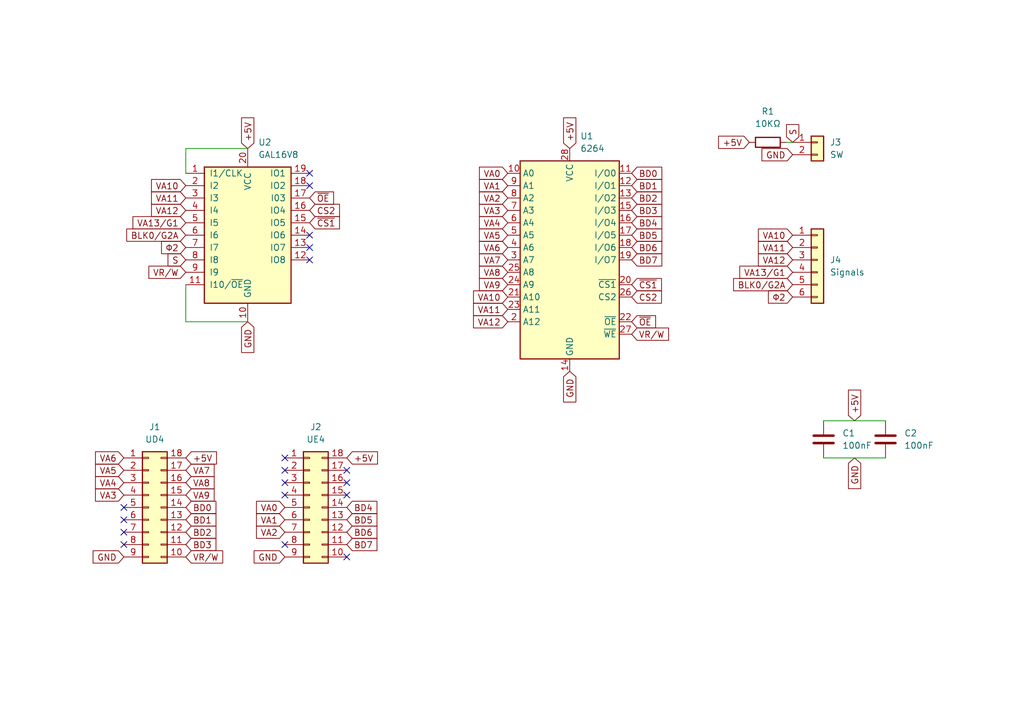
<source format=kicad_sch>
(kicad_sch (version 20250114) (generator "eeschema") (generator_version "9.0")
  (paper "A5")
  (lib_symbols
    (symbol "Connector_Generic:Conn_01x02" (pin_names (offset 1.016) (hide yes))
      (property "Reference" "J" (at 0 2.54 0))
      (property "Value" "Conn_01x02" (at 0 -5.08 0))
      (symbol "Conn_01x02_1_1"
        (rectangle (start -1.27 1.27) (end 1.27 -3.81) (stroke (width 0.254)) (fill (type background)))
        (rectangle (start -1.27 0.127) (end 0 -0.127) (stroke (width 0.1524)))
        (rectangle (start -1.27 -2.413) (end 0 -2.667) (stroke (width 0.1524)))
        (pin passive line (at -5.08 0 0) (length 3.81) (name "Pin_1") (number "1"))
        (pin passive line (at -5.08 -2.54 0) (length 3.81) (name "Pin_2") (number "2"))
      )
    )
    (symbol "Connector_Generic:Conn_01x06" (pin_names (offset 1.016) (hide yes))
      (property "Reference" "J" (at 0 7.62 0))
      (property "Value" "Conn_01x06" (at 0 -10.16 0))
      (symbol "Conn_01x06_1_1"
        (rectangle (start -1.27 6.35) (end 1.27 -8.89) (stroke (width 0.254)) (fill (type background)))
        (rectangle (start -1.27 5.207) (end 0 4.953) (stroke (width 0.1524)))
        (rectangle (start -1.27 2.667) (end 0 2.413) (stroke (width 0.1524)))
        (rectangle (start -1.27 0.127) (end 0 -0.127) (stroke (width 0.1524)))
        (rectangle (start -1.27 -2.413) (end 0 -2.667) (stroke (width 0.1524)))
        (rectangle (start -1.27 -4.953) (end 0 -5.207) (stroke (width 0.1524)))
        (rectangle (start -1.27 -7.493) (end 0 -7.747) (stroke (width 0.1524)))
        (pin passive line (at -5.08 5.08 0) (length 3.81) (name "Pin_1") (number "1"))
        (pin passive line (at -5.08 2.54 0) (length 3.81) (name "Pin_2") (number "2"))
        (pin passive line (at -5.08 0 0) (length 3.81) (name "Pin_3") (number "3"))
        (pin passive line (at -5.08 -2.54 0) (length 3.81) (name "Pin_4") (number "4"))
        (pin passive line (at -5.08 -5.08 0) (length 3.81) (name "Pin_5") (number "5"))
        (pin passive line (at -5.08 -7.62 0) (length 3.81) (name "Pin_6") (number "6"))
      )
    )
    (symbol "Connector_Generic:Conn_02x09_Counter_Clockwise" (pin_names (offset 1.016) (hide yes))
      (property "Reference" "J" (at 1.27 12.7 0))
      (property "Value" "Conn_02x09_Counter_Clockwise" (at 1.27 -12.7 0))
      (symbol "Conn_02x09_Counter_Clockwise_1_1"
        (rectangle (start -1.27 11.43) (end 3.81 -11.43) (stroke (width 0.254)) (fill (type background)))
        (rectangle (start -1.27 10.287) (end 0 10.033) (stroke (width 0.1524)))
        (rectangle (start -1.27 7.747) (end 0 7.493) (stroke (width 0.1524)))
        (rectangle (start -1.27 5.207) (end 0 4.953) (stroke (width 0.1524)))
        (rectangle (start -1.27 2.667) (end 0 2.413) (stroke (width 0.1524)))
        (rectangle (start -1.27 0.127) (end 0 -0.127) (stroke (width 0.1524)))
        (rectangle (start -1.27 -2.413) (end 0 -2.667) (stroke (width 0.1524)))
        (rectangle (start -1.27 -4.953) (end 0 -5.207) (stroke (width 0.1524)))
        (rectangle (start -1.27 -7.493) (end 0 -7.747) (stroke (width 0.1524)))
        (rectangle (start -1.27 -10.033) (end 0 -10.287) (stroke (width 0.1524)))
        (rectangle (start 3.81 10.287) (end 2.54 10.033) (stroke (width 0.1524)))
        (rectangle (start 3.81 7.747) (end 2.54 7.493) (stroke (width 0.1524)))
        (rectangle (start 3.81 5.207) (end 2.54 4.953) (stroke (width 0.1524)))
        (rectangle (start 3.81 2.667) (end 2.54 2.413) (stroke (width 0.1524)))
        (rectangle (start 3.81 0.127) (end 2.54 -0.127) (stroke (width 0.1524)))
        (rectangle (start 3.81 -2.413) (end 2.54 -2.667) (stroke (width 0.1524)))
        (rectangle (start 3.81 -4.953) (end 2.54 -5.207) (stroke (width 0.1524)))
        (rectangle (start 3.81 -7.493) (end 2.54 -7.747) (stroke (width 0.1524)))
        (rectangle (start 3.81 -10.033) (end 2.54 -10.287) (stroke (width 0.1524)))
        (pin passive line (at -5.08 10.16 0) (length 3.81) (name "Pin_1") (number "1"))
        (pin passive line (at -5.08 7.62 0) (length 3.81) (name "Pin_2") (number "2"))
        (pin passive line (at -5.08 5.08 0) (length 3.81) (name "Pin_3") (number "3"))
        (pin passive line (at -5.08 2.54 0) (length 3.81) (name "Pin_4") (number "4"))
        (pin passive line (at -5.08 0 0) (length 3.81) (name "Pin_5") (number "5"))
        (pin passive line (at -5.08 -2.54 0) (length 3.81) (name "Pin_6") (number "6"))
        (pin passive line (at -5.08 -5.08 0) (length 3.81) (name "Pin_7") (number "7"))
        (pin passive line (at -5.08 -7.62 0) (length 3.81) (name "Pin_8") (number "8"))
        (pin passive line (at -5.08 -10.16 0) (length 3.81) (name "Pin_9") (number "9"))
        (pin passive line (at 7.62 10.16 180) (length 3.81) (name "Pin_18") (number "18"))
        (pin passive line (at 7.62 7.62 180) (length 3.81) (name "Pin_17") (number "17"))
        (pin passive line (at 7.62 5.08 180) (length 3.81) (name "Pin_16") (number "16"))
        (pin passive line (at 7.62 2.54 180) (length 3.81) (name "Pin_15") (number "15"))
        (pin passive line (at 7.62 0 180) (length 3.81) (name "Pin_14") (number "14"))
        (pin passive line (at 7.62 -2.54 180) (length 3.81) (name "Pin_13") (number "13"))
        (pin passive line (at 7.62 -5.08 180) (length 3.81) (name "Pin_12") (number "12"))
        (pin passive line (at 7.62 -7.62 180) (length 3.81) (name "Pin_11") (number "11"))
        (pin passive line (at 7.62 -10.16 180) (length 3.81) (name "Pin_10") (number "10"))
      )
    )
    (symbol "Device:C" (pin_numbers (hide yes)) (pin_names (offset 0.254))
      (property "Reference" "C" (at 0.635 2.54 0))
      (property "Value" "C" (at 0.635 -2.54 0))
      (symbol "C_0_1"
        (polyline (pts (xy -2.032 0.762) (xy 2.032 0.762)) (stroke (width 0.508)))
        (polyline (pts (xy -2.032 -0.762) (xy 2.032 -0.762)) (stroke (width 0.508)))
      )
      (symbol "C_1_1"
        (pin passive line (at 0 3.81 270) (length 2.794) (name "~") (number "1"))
        (pin passive line (at 0 -3.81 90) (length 2.794) (name "~") (number "2"))
      )
    )
    (symbol "Device:R" (pin_numbers (hide yes)) (pin_names (offset 0))
      (property "Reference" "R" (at 2.032 0 90))
      (property "Value" "R" (at 0 0 90))
      (symbol "R_0_1"
        (rectangle (start -1.016 -2.54) (end 1.016 2.54) (stroke (width 0.254)))
      )
      (symbol "R_1_1"
        (pin passive line (at 0 3.81 270) (length 1.27) (name "~") (number "1"))
        (pin passive line (at 0 -3.81 90) (length 1.27) (name "~") (number "2"))
      )
    )
    (symbol "Logic_Programmable:GAL16V8" (pin_names (offset 1.016))
      (property "Reference" "U" (at -8.89 16.51 0))
      (property "Value" "GAL16V8" (at 1.27 16.51 0))
      (symbol "GAL16V8_0_0"
        (pin power_in line (at 0 17.78 270) (length 3.81) (name "VCC") (number "20"))
        (pin power_in line (at 0 -17.78 90) (length 3.81) (name "GND") (number "10"))
      )
      (symbol "GAL16V8_0_1"
        (rectangle (start -8.89 13.97) (end 8.89 -13.97) (stroke (width 0.254)) (fill (type background)))
      )
      (symbol "GAL16V8_1_1"
        (pin input line (at -12.7 12.7 0) (length 3.81) (name "I1/CLK") (number "1"))
        (pin input line (at -12.7 10.16 0) (length 3.81) (name "I2") (number "2"))
        (pin input line (at -12.7 7.62 0) (length 3.81) (name "I3") (number "3"))
        (pin input line (at -12.7 5.08 0) (length 3.81) (name "I4") (number "4"))
        (pin input line (at -12.7 2.54 0) (length 3.81) (name "I5") (number "5"))
        (pin input line (at -12.7 0 0) (length 3.81) (name "I6") (number "6"))
        (pin input line (at -12.7 -2.54 0) (length 3.81) (name "I7") (number "7"))
        (pin input line (at -12.7 -5.08 0) (length 3.81) (name "I8") (number "8"))
        (pin input line (at -12.7 -7.62 0) (length 3.81) (name "I9") (number "9"))
        (pin input line (at -12.7 -10.16 0) (length 3.81) (name "I10/~{OE}") (number "11"))
        (pin tri_state line (at 12.7 12.7 180) (length 3.81) (name "IO1") (number "19"))
        (pin tri_state line (at 12.7 10.16 180) (length 3.81) (name "IO2") (number "18"))
        (pin tri_state line (at 12.7 7.62 180) (length 3.81) (name "I03") (number "17"))
        (pin tri_state line (at 12.7 5.08 180) (length 3.81) (name "IO4") (number "16"))
        (pin tri_state line (at 12.7 2.54 180) (length 3.81) (name "IO5") (number "15"))
        (pin tri_state line (at 12.7 0 180) (length 3.81) (name "IO6") (number "14"))
        (pin tri_state line (at 12.7 -2.54 180) (length 3.81) (name "IO7") (number "13"))
        (pin tri_state line (at 12.7 -5.08 180) (length 3.81) (name "IO8") (number "12"))
      )
    )
    (symbol "Memory_RAM:HY6264AxP"
      (property "Reference" "U" (at -10.16 20.955 0))
      (property "Value" "HY6264AxP" (at 2.54 20.955 0))
      (symbol "HY6264AxP_0_0"
        (pin power_in line (at 0 22.86 270) (length 2.54) (name "VCC") (number "28"))
        (pin power_in line (at 0 -22.86 90) (length 2.54) (name "GND") (number "14"))
      )
      (symbol "HY6264AxP_0_1"
        (rectangle (start -10.16 20.32) (end 10.16 -20.32) (stroke (width 0.254)) (fill (type background)))
      )
      (symbol "HY6264AxP_1_1"
        (pin input line (at -12.7 17.78 0) (length 2.54) (name "A0") (number "10"))
        (pin input line (at -12.7 15.24 0) (length 2.54) (name "A1") (number "9"))
        (pin input line (at -12.7 12.7 0) (length 2.54) (name "A2") (number "8"))
        (pin input line (at -12.7 10.16 0) (length 2.54) (name "A3") (number "7"))
        (pin input line (at -12.7 7.62 0) (length 2.54) (name "A4") (number "6"))
        (pin input line (at -12.7 5.08 0) (length 2.54) (name "A5") (number "5"))
        (pin input line (at -12.7 2.54 0) (length 2.54) (name "A6") (number "4"))
        (pin input line (at -12.7 0 0) (length 2.54) (name "A7") (number "3"))
        (pin input line (at -12.7 -2.54 0) (length 2.54) (name "A8") (number "25"))
        (pin input line (at -12.7 -5.08 0) (length 2.54) (name "A9") (number "24"))
        (pin input line (at -12.7 -7.62 0) (length 2.54) (name "A10") (number "21"))
        (pin input line (at -12.7 -10.16 0) (length 2.54) (name "A11") (number "23"))
        (pin input line (at -12.7 -12.7 0) (length 2.54) (name "A12") (number "2"))
        (pin no_connect line (at 0 0 0) (length 2.54) (hide yes) (name "NC") (number "1"))
        (pin tri_state line (at 12.7 17.78 180) (length 2.54) (name "I/O0") (number "11"))
        (pin tri_state line (at 12.7 15.24 180) (length 2.54) (name "I/O1") (number "12"))
        (pin tri_state line (at 12.7 12.7 180) (length 2.54) (name "I/O2") (number "13"))
        (pin tri_state line (at 12.7 10.16 180) (length 2.54) (name "I/O3") (number "15"))
        (pin tri_state line (at 12.7 7.62 180) (length 2.54) (name "I/O4") (number "16"))
        (pin tri_state line (at 12.7 5.08 180) (length 2.54) (name "I/O5") (number "17"))
        (pin tri_state line (at 12.7 2.54 180) (length 2.54) (name "I/O6") (number "18"))
        (pin tri_state line (at 12.7 0 180) (length 2.54) (name "I/O7") (number "19"))
        (pin input line (at 12.7 -5.08 180) (length 2.54) (name "~{CS1}") (number "20"))
        (pin input line (at 12.7 -7.62 180) (length 2.54) (name "CS2") (number "26"))
        (pin input line (at 12.7 -12.7 180) (length 2.54) (name "~{OE}") (number "22"))
        (pin input line (at 12.7 -15.24 180) (length 2.54) (name "~{WE}") (number "27"))
      )
    )
  )
  (no_connect (at 58.42 96.52))
  (no_connect (at 63.5 38.1))
  (no_connect (at 71.12 99.06))
  (no_connect (at 63.5 53.34))
  (no_connect (at 63.5 48.26))
  (no_connect (at 25.4 106.68))
  (no_connect (at 25.4 109.22))
  (no_connect (at 63.5 50.8))
  (no_connect (at 71.12 114.3))
  (no_connect (at 25.4 111.76))
  (no_connect (at 58.42 99.06))
  (no_connect (at 71.12 96.52))
  (no_connect (at 58.42 111.76))
  (no_connect (at 25.4 104.14))
  (no_connect (at 58.42 93.98))
  (no_connect (at 71.12 101.6))
  (no_connect (at 63.5 35.56))
  (no_connect (at 58.42 101.6))
  (wire (pts (xy 168.91 93.98) (xy 181.61 93.98)))
  (wire (pts (xy 38.1 66.04) (xy 38.1 58.42)))
  (wire (pts (xy 50.8 66.04) (xy 38.1 66.04)))
  (wire (pts (xy 161.29 29.21) (xy 162.56 29.21)))
  (wire (pts (xy 38.1 30.48) (xy 38.1 35.56)))
  (wire (pts (xy 168.91 86.36) (xy 181.61 86.36)))
  (wire (pts (xy 50.8 30.48) (xy 38.1 30.48)))
  (global_label "VA10" (shape input) (at 104.14 60.96 180) (property "Intersheetrefs" "${INTERSHEET_REFS}" (effects (hide yes))))
  (global_label "~{CS1}" (shape input) (at 129.54 58.42 0) (property "Intersheetrefs" "${INTERSHEET_REFS}" (effects (hide yes))))
  (global_label "VA4" (shape input) (at 25.4 99.06 180) (property "Intersheetrefs" "${INTERSHEET_REFS}" (effects (hide yes))))
  (global_label "+5V" (shape input) (at 175.26 86.36 90) (property "Intersheetrefs" "${INTERSHEET_REFS}" (effects (hide yes))))
  (global_label "VR{slash}W" (shape input) (at 129.54 68.58 0) (property "Intersheetrefs" "${INTERSHEET_REFS}" (effects (hide yes))))
  (global_label "VR{slash}W" (shape input) (at 38.1 114.3 0) (property "Intersheetrefs" "${INTERSHEET_REFS}" (effects (hide yes))))
  (global_label "VA7" (shape input) (at 38.1 96.52 0) (property "Intersheetrefs" "${INTERSHEET_REFS}" (effects (hide yes))))
  (global_label "VA11" (shape input) (at 104.14 63.5 180) (property "Intersheetrefs" "${INTERSHEET_REFS}" (effects (hide yes))))
  (global_label "BD2" (shape input) (at 129.54 40.64 0) (property "Intersheetrefs" "${INTERSHEET_REFS}" (effects (hide yes))))
  (global_label "VA5" (shape input) (at 25.4 96.52 180) (property "Intersheetrefs" "${INTERSHEET_REFS}" (effects (hide yes))))
  (global_label "VA8" (shape input) (at 104.14 55.88 180) (property "Intersheetrefs" "${INTERSHEET_REFS}" (effects (hide yes))))
  (global_label "BD0" (shape input) (at 38.1 104.14 0) (property "Intersheetrefs" "${INTERSHEET_REFS}" (effects (hide yes))))
  (global_label "VA3" (shape input) (at 104.14 43.18 180) (property "Intersheetrefs" "${INTERSHEET_REFS}" (effects (hide yes))))
  (global_label "BD1" (shape input) (at 38.1 106.68 0) (property "Intersheetrefs" "${INTERSHEET_REFS}" (effects (hide yes))))
  (global_label "VA11" (shape input) (at 162.56 50.8 180) (property "Intersheetrefs" "${INTERSHEET_REFS}" (effects (hide yes))))
  (global_label "CS2" (shape input) (at 63.5 43.18 0) (property "Intersheetrefs" "${INTERSHEET_REFS}" (effects (hide yes))))
  (global_label "~{CS1}" (shape input) (at 63.5 45.72 0) (property "Intersheetrefs" "${INTERSHEET_REFS}" (effects (hide yes))))
  (global_label "VA5" (shape input) (at 104.14 48.26 180) (property "Intersheetrefs" "${INTERSHEET_REFS}" (effects (hide yes))))
  (global_label "BD6" (shape input) (at 129.54 50.8 0) (property "Intersheetrefs" "${INTERSHEET_REFS}" (effects (hide yes))))
  (global_label "+5V" (shape input) (at 71.12 93.98 0) (property "Intersheetrefs" "${INTERSHEET_REFS}" (effects (hide yes))))
  (global_label "VA1" (shape input) (at 104.14 38.1 180) (property "Intersheetrefs" "${INTERSHEET_REFS}" (effects (hide yes))))
  (global_label "BD4" (shape input) (at 71.12 104.14 0) (property "Intersheetrefs" "${INTERSHEET_REFS}" (effects (hide yes))))
  (global_label "VA13{slash}G1" (shape input) (at 38.1 45.72 180) (property "Intersheetrefs" "${INTERSHEET_REFS}" (effects (hide yes))))
  (global_label "BD5" (shape input) (at 71.12 106.68 0) (property "Intersheetrefs" "${INTERSHEET_REFS}" (effects (hide yes))))
  (global_label "+5V" (shape input) (at 50.8 30.48 90) (property "Intersheetrefs" "${INTERSHEET_REFS}" (effects (hide yes))))
  (global_label "VA2" (shape input) (at 58.42 109.22 180) (property "Intersheetrefs" "${INTERSHEET_REFS}" (effects (hide yes))))
  (global_label "VA9" (shape input) (at 38.1 101.6 0) (property "Intersheetrefs" "${INTERSHEET_REFS}" (effects (hide yes))))
  (global_label "VA13{slash}G1" (shape input) (at 162.56 55.88 180) (property "Intersheetrefs" "${INTERSHEET_REFS}" (effects (hide yes))))
  (global_label "VA6" (shape input) (at 25.4 93.98 180) (property "Intersheetrefs" "${INTERSHEET_REFS}" (effects (hide yes))))
  (global_label "VA12" (shape input) (at 162.56 53.34 180) (property "Intersheetrefs" "${INTERSHEET_REFS}" (effects (hide yes))))
  (global_label "GND" (shape input) (at 175.26 93.98 270) (property "Intersheetrefs" "${INTERSHEET_REFS}" (effects (hide yes))))
  (global_label "VA0" (shape input) (at 104.14 35.56 180) (property "Intersheetrefs" "${INTERSHEET_REFS}" (effects (hide yes))))
  (global_label "VA3" (shape input) (at 25.4 101.6 180) (property "Intersheetrefs" "${INTERSHEET_REFS}" (effects (hide yes))))
  (global_label "+5V" (shape input) (at 153.67 29.21 180) (property "Intersheetrefs" "${INTERSHEET_REFS}" (effects (hide yes))))
  (global_label "VA7" (shape input) (at 104.14 53.34 180) (property "Intersheetrefs" "${INTERSHEET_REFS}" (effects (hide yes))))
  (global_label "+5V" (shape input) (at 116.84 30.48 90) (property "Intersheetrefs" "${INTERSHEET_REFS}" (effects (hide yes))))
  (global_label "VA12" (shape input) (at 104.14 66.04 180) (property "Intersheetrefs" "${INTERSHEET_REFS}" (effects (hide yes))))
  (global_label "VR{slash}W" (shape input) (at 38.1 55.88 180) (property "Intersheetrefs" "${INTERSHEET_REFS}" (effects (hide yes))))
  (global_label "VA12" (shape input) (at 38.1 43.18 180) (property "Intersheetrefs" "${INTERSHEET_REFS}" (effects (hide yes))))
  (global_label "BD7" (shape input) (at 71.12 111.76 0) (property "Intersheetrefs" "${INTERSHEET_REFS}" (effects (hide yes))))
  (global_label "GND" (shape input) (at 58.42 114.3 180) (property "Intersheetrefs" "${INTERSHEET_REFS}" (effects (hide yes))))
  (global_label "VA6" (shape input) (at 104.14 50.8 180) (property "Intersheetrefs" "${INTERSHEET_REFS}" (effects (hide yes))))
  (global_label "GND" (shape input) (at 50.8 66.04 270) (property "Intersheetrefs" "${INTERSHEET_REFS}" (effects (hide yes))))
  (global_label "BD6" (shape input) (at 71.12 109.22 0) (property "Intersheetrefs" "${INTERSHEET_REFS}" (effects (hide yes))))
  (global_label "Φ2" (shape input) (at 162.56 60.96 180) (property "Intersheetrefs" "${INTERSHEET_REFS}" (effects (hide yes))))
  (global_label "~{ΟΕ}" (shape input) (at 63.5 40.64 0) (property "Intersheetrefs" "${INTERSHEET_REFS}" (effects (hide yes))))
  (global_label "VA9" (shape input) (at 104.14 58.42 180) (property "Intersheetrefs" "${INTERSHEET_REFS}" (effects (hide yes))))
  (global_label "BD4" (shape input) (at 129.54 45.72 0) (property "Intersheetrefs" "${INTERSHEET_REFS}" (effects (hide yes))))
  (global_label "BD3" (shape input) (at 129.54 43.18 0) (property "Intersheetrefs" "${INTERSHEET_REFS}" (effects (hide yes))))
  (global_label "VA10" (shape input) (at 162.56 48.26 180) (property "Intersheetrefs" "${INTERSHEET_REFS}" (effects (hide yes))))
  (global_label "VA4" (shape input) (at 104.14 45.72 180) (property "Intersheetrefs" "${INTERSHEET_REFS}" (effects (hide yes))))
  (global_label "BLK0{slash}G2A" (shape input) (at 38.1 48.26 180) (property "Intersheetrefs" "${INTERSHEET_REFS}" (effects (hide yes))))
  (global_label "VA10" (shape input) (at 38.1 38.1 180) (property "Intersheetrefs" "${INTERSHEET_REFS}" (effects (hide yes))))
  (global_label "BD5" (shape input) (at 129.54 48.26 0) (property "Intersheetrefs" "${INTERSHEET_REFS}" (effects (hide yes))))
  (global_label "BLK0{slash}G2A" (shape input) (at 162.56 58.42 180) (property "Intersheetrefs" "${INTERSHEET_REFS}" (effects (hide yes))))
  (global_label "GND" (shape input) (at 116.84 76.2 270) (property "Intersheetrefs" "${INTERSHEET_REFS}" (effects (hide yes))))
  (global_label "BD2" (shape input) (at 38.1 109.22 0) (property "Intersheetrefs" "${INTERSHEET_REFS}" (effects (hide yes))))
  (global_label "S" (shape input) (at 162.56 29.21 90) (property "Intersheetrefs" "${INTERSHEET_REFS}" (effects (hide yes))))
  (global_label "GND" (shape input) (at 25.4 114.3 180) (property "Intersheetrefs" "${INTERSHEET_REFS}" (effects (hide yes))))
  (global_label "BD7" (shape input) (at 129.54 53.34 0) (property "Intersheetrefs" "${INTERSHEET_REFS}" (effects (hide yes))))
  (global_label "BD3" (shape input) (at 38.1 111.76 0) (property "Intersheetrefs" "${INTERSHEET_REFS}" (effects (hide yes))))
  (global_label "CS2" (shape input) (at 129.54 60.96 0) (property "Intersheetrefs" "${INTERSHEET_REFS}" (effects (hide yes))))
  (global_label "Φ2" (shape input) (at 38.1 50.8 180) (property "Intersheetrefs" "${INTERSHEET_REFS}" (effects (hide yes))))
  (global_label "VA11" (shape input) (at 38.1 40.64 180) (property "Intersheetrefs" "${INTERSHEET_REFS}" (effects (hide yes))))
  (global_label "BD0" (shape input) (at 129.54 35.56 0) (property "Intersheetrefs" "${INTERSHEET_REFS}" (effects (hide yes))))
  (global_label "GND" (shape input) (at 162.56 31.75 180) (property "Intersheetrefs" "${INTERSHEET_REFS}" (effects (hide yes))))
  (global_label "VA8" (shape input) (at 38.1 99.06 0) (property "Intersheetrefs" "${INTERSHEET_REFS}" (effects (hide yes))))
  (global_label "BD1" (shape input) (at 129.54 38.1 0) (property "Intersheetrefs" "${INTERSHEET_REFS}" (effects (hide yes))))
  (global_label "+5V" (shape input) (at 38.1 93.98 0) (property "Intersheetrefs" "${INTERSHEET_REFS}" (effects (hide yes))))
  (global_label "VA0" (shape input) (at 58.42 104.14 180) (property "Intersheetrefs" "${INTERSHEET_REFS}" (effects (hide yes))))
  (global_label "S" (shape input) (at 38.1 53.34 180) (property "Intersheetrefs" "${INTERSHEET_REFS}" (effects (hide yes))))
  (global_label "~{ΟΕ}" (shape input) (at 129.54 66.04 0) (property "Intersheetrefs" "${INTERSHEET_REFS}" (effects (hide yes))))
  (global_label "VA1" (shape input) (at 58.42 106.68 180) (property "Intersheetrefs" "${INTERSHEET_REFS}" (effects (hide yes))))
  (global_label "VA2" (shape input) (at 104.14 40.64 180) (property "Intersheetrefs" "${INTERSHEET_REFS}" (effects (hide yes))))
  (symbol (lib_id "Logic_Programmable:GAL16V8") (at 50.8 48.26 0) (unit 1)
    (property "Reference" "U2" (at 52.9433 29.21 0) (effects (justify left)))
    (property "Value" "GAL16V8" (at 52.9433 31.75 0) (effects (justify left)))
    (property "Footprint" "Package_DIP:DIP-20_W7.62mm_Socket" (effects (hide yes)))
    (property "Description" "Programmable Logic Array, DIP-20/SOIC-20/PLCC-20" (effects (hide yes)))
  )
  (symbol (lib_id "Connector_Generic:Conn_01x02") (at 167.64 29.21 0) (unit 1)
    (property "Reference" "J3" (at 170.18 29.2099 0) (effects (justify left)))
    (property "Value" "SW" (at 170.18 31.7499 0) (effects (justify left)))
    (property "Footprint" "Connector_PinHeader_2.54mm:PinHeader_1x02_P2.54mm_Vertical" (effects (hide yes)))
    (property "Description" "Generic connector, single row, 01x02, script generated (kicad-library-utils/schlib/autogen/connector/)" (effects (hide yes)))
  )
  (symbol (lib_id "Connector_Generic:Conn_02x09_Counter_Clockwise") (at 30.48 104.14 0) (unit 1)
    (property "Reference" "J1" (at 31.75 87.63 0))
    (property "Value" "UD4" (at 31.75 90.17 0))
    (property "Footprint" "Package_DIP:DIP-18_W7.62mm" (effects (hide yes)))
    (property "Description" "Generic connector, double row, 02x09, counter clockwise pin numbering scheme (similar to DIP package numbering), script generated (kicad-library-utils/schlib/autogen/connector/)" (effects (hide yes)))
  )
  (symbol (lib_id "Connector_Generic:Conn_01x06") (at 167.64 53.34 0) (unit 1)
    (property "Reference" "J4" (at 170.18 53.3399 0) (effects (justify left)))
    (property "Value" "Signals" (at 170.18 55.8799 0) (effects (justify left)))
    (property "Footprint" "Connector_PinHeader_2.54mm:PinHeader_1x06_P2.54mm_Vertical" (effects (hide yes)))
    (property "Description" "Generic connector, single row, 01x06, script generated (kicad-library-utils/schlib/autogen/connector/)" (effects (hide yes)))
  )
  (symbol (lib_id "Connector_Generic:Conn_02x09_Counter_Clockwise") (at 63.5 104.14 0) (unit 1)
    (property "Reference" "J2" (at 64.77 87.63 0))
    (property "Value" "UE4" (at 64.77 90.17 0))
    (property "Footprint" "Package_DIP:DIP-18_W7.62mm" (effects (hide yes)))
    (property "Description" "Generic connector, double row, 02x09, counter clockwise pin numbering scheme (similar to DIP package numbering), script generated (kicad-library-utils/schlib/autogen/connector/)" (effects (hide yes)))
  )
  (symbol (lib_id "Device:C") (at 168.91 90.17 0) (unit 1)
    (property "Reference" "C1" (at 172.72 88.8999 0) (effects (justify left)))
    (property "Value" "100nF" (at 172.72 91.4399 0) (effects (justify left)))
    (property "Footprint" "Capacitor_THT:C_Disc_D3.0mm_W2.0mm_P2.50mm" (effects (hide yes)))
    (property "Description" "Unpolarized capacitor" (effects (hide yes)))
  )
  (symbol (lib_id "Device:C") (at 181.61 90.17 0) (unit 1)
    (property "Reference" "C2" (at 185.42 88.8999 0) (effects (justify left)))
    (property "Value" "100nF" (at 185.42 91.4399 0) (effects (justify left)))
    (property "Footprint" "Capacitor_THT:C_Disc_D3.0mm_W2.0mm_P2.50mm" (effects (hide yes)))
    (property "Description" "Unpolarized capacitor" (effects (hide yes)))
  )
  (symbol (lib_id "Memory_RAM:HY6264AxP") (at 116.84 53.34 0) (unit 1)
    (property "Reference" "U1" (at 118.9833 27.94 0) (effects (justify left)))
    (property "Value" "6264" (at 118.9833 30.48 0) (effects (justify left)))
    (property "Footprint" "Package_DIP:DIP-28_W15.24mm_Socket" (effects (hide yes)))
    (property "Datasheet" "https://www.farnell.com/datasheets/2159.pdf" (effects (hide yes)))
    (property "Description" "Not in Production, 8Kx8 bit Static RAM, 70/85/100/120/150ns, DIP-28" (effects (hide yes)))
  )
  (symbol (lib_id "Device:R") (at 157.48 29.21 90) (unit 1)
    (property "Reference" "R1" (at 157.48 22.86 90))
    (property "Value" "10KΩ" (at 157.48 25.4 90))
    (property "Footprint" "Resistor_THT:R_Axial_DIN0207_L6.3mm_D2.5mm_P7.62mm_Horizontal" (effects (hide yes)))
    (property "Description" "Resistor" (effects (hide yes)))
  )
)
</source>
